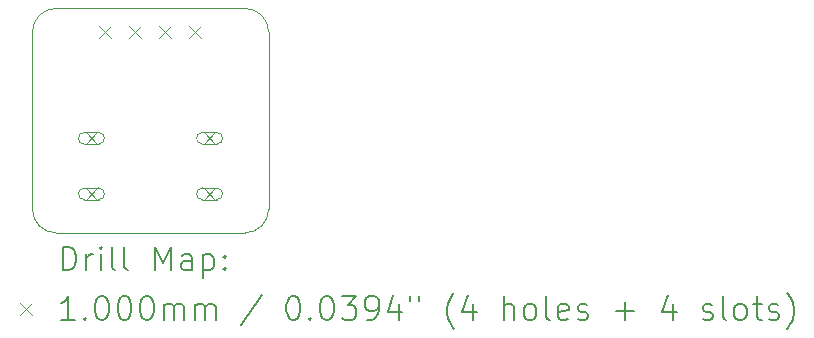
<source format=gbr>
%TF.GenerationSoftware,KiCad,Pcbnew,8.0.3*%
%TF.CreationDate,2024-06-08T15:38:25+12:00*%
%TF.ProjectId,toggle_switch_breakout,746f6767-6c65-45f7-9377-697463685f62,0.1.1*%
%TF.SameCoordinates,Original*%
%TF.FileFunction,Drillmap*%
%TF.FilePolarity,Positive*%
%FSLAX45Y45*%
G04 Gerber Fmt 4.5, Leading zero omitted, Abs format (unit mm)*
G04 Created by KiCad (PCBNEW 8.0.3) date 2024-06-08 15:38:25*
%MOMM*%
%LPD*%
G01*
G04 APERTURE LIST*
%ADD10C,0.100000*%
%ADD11C,0.200000*%
G04 APERTURE END LIST*
D10*
X9700000Y-5210000D02*
X11300000Y-5210000D01*
X11300000Y-7110000D02*
X9700000Y-7110000D01*
X9500000Y-5410000D02*
G75*
G02*
X9700000Y-5210000I200000J0D01*
G01*
X11500000Y-5410000D02*
X11500000Y-6910000D01*
X9700000Y-7110000D02*
G75*
G02*
X9500000Y-6910000I0J200000D01*
G01*
X11500000Y-6910000D02*
G75*
G02*
X11300000Y-7110000I-200000J0D01*
G01*
X9500000Y-6910000D02*
X9500000Y-5410000D01*
X11300000Y-5210000D02*
G75*
G02*
X11500000Y-5410000I0J-200000D01*
G01*
D11*
D10*
X9950000Y-6260000D02*
X10050000Y-6360000D01*
X10050000Y-6260000D02*
X9950000Y-6360000D01*
X10060000Y-6260000D02*
X9940000Y-6260000D01*
X9940000Y-6360000D02*
G75*
G02*
X9940000Y-6260000I0J50000D01*
G01*
X9940000Y-6360000D02*
X10060000Y-6360000D01*
X10060000Y-6360000D02*
G75*
G03*
X10060000Y-6260000I0J50000D01*
G01*
X9950000Y-6730000D02*
X10050000Y-6830000D01*
X10050000Y-6730000D02*
X9950000Y-6830000D01*
X10060000Y-6730000D02*
X9940000Y-6730000D01*
X9940000Y-6830000D02*
G75*
G02*
X9940000Y-6730000I0J50000D01*
G01*
X9940000Y-6830000D02*
X10060000Y-6830000D01*
X10060000Y-6830000D02*
G75*
G03*
X10060000Y-6730000I0J50000D01*
G01*
X10068000Y-5360000D02*
X10168000Y-5460000D01*
X10168000Y-5360000D02*
X10068000Y-5460000D01*
X10322000Y-5360000D02*
X10422000Y-5460000D01*
X10422000Y-5360000D02*
X10322000Y-5460000D01*
X10576000Y-5360000D02*
X10676000Y-5460000D01*
X10676000Y-5360000D02*
X10576000Y-5460000D01*
X10830000Y-5360000D02*
X10930000Y-5460000D01*
X10930000Y-5360000D02*
X10830000Y-5460000D01*
X10950000Y-6260000D02*
X11050000Y-6360000D01*
X11050000Y-6260000D02*
X10950000Y-6360000D01*
X11060000Y-6260000D02*
X10940000Y-6260000D01*
X10940000Y-6360000D02*
G75*
G02*
X10940000Y-6260000I0J50000D01*
G01*
X10940000Y-6360000D02*
X11060000Y-6360000D01*
X11060000Y-6360000D02*
G75*
G03*
X11060000Y-6260000I0J50000D01*
G01*
X10950000Y-6730000D02*
X11050000Y-6830000D01*
X11050000Y-6730000D02*
X10950000Y-6830000D01*
X11060000Y-6730000D02*
X10940000Y-6730000D01*
X10940000Y-6830000D02*
G75*
G02*
X10940000Y-6730000I0J50000D01*
G01*
X10940000Y-6830000D02*
X11060000Y-6830000D01*
X11060000Y-6830000D02*
G75*
G03*
X11060000Y-6730000I0J50000D01*
G01*
D11*
X9755777Y-7426484D02*
X9755777Y-7226484D01*
X9755777Y-7226484D02*
X9803396Y-7226484D01*
X9803396Y-7226484D02*
X9831967Y-7236008D01*
X9831967Y-7236008D02*
X9851015Y-7255055D01*
X9851015Y-7255055D02*
X9860539Y-7274103D01*
X9860539Y-7274103D02*
X9870063Y-7312198D01*
X9870063Y-7312198D02*
X9870063Y-7340769D01*
X9870063Y-7340769D02*
X9860539Y-7378865D01*
X9860539Y-7378865D02*
X9851015Y-7397912D01*
X9851015Y-7397912D02*
X9831967Y-7416960D01*
X9831967Y-7416960D02*
X9803396Y-7426484D01*
X9803396Y-7426484D02*
X9755777Y-7426484D01*
X9955777Y-7426484D02*
X9955777Y-7293150D01*
X9955777Y-7331246D02*
X9965301Y-7312198D01*
X9965301Y-7312198D02*
X9974824Y-7302674D01*
X9974824Y-7302674D02*
X9993872Y-7293150D01*
X9993872Y-7293150D02*
X10012920Y-7293150D01*
X10079586Y-7426484D02*
X10079586Y-7293150D01*
X10079586Y-7226484D02*
X10070063Y-7236008D01*
X10070063Y-7236008D02*
X10079586Y-7245531D01*
X10079586Y-7245531D02*
X10089110Y-7236008D01*
X10089110Y-7236008D02*
X10079586Y-7226484D01*
X10079586Y-7226484D02*
X10079586Y-7245531D01*
X10203396Y-7426484D02*
X10184348Y-7416960D01*
X10184348Y-7416960D02*
X10174824Y-7397912D01*
X10174824Y-7397912D02*
X10174824Y-7226484D01*
X10308158Y-7426484D02*
X10289110Y-7416960D01*
X10289110Y-7416960D02*
X10279586Y-7397912D01*
X10279586Y-7397912D02*
X10279586Y-7226484D01*
X10536729Y-7426484D02*
X10536729Y-7226484D01*
X10536729Y-7226484D02*
X10603396Y-7369341D01*
X10603396Y-7369341D02*
X10670063Y-7226484D01*
X10670063Y-7226484D02*
X10670063Y-7426484D01*
X10851015Y-7426484D02*
X10851015Y-7321722D01*
X10851015Y-7321722D02*
X10841491Y-7302674D01*
X10841491Y-7302674D02*
X10822444Y-7293150D01*
X10822444Y-7293150D02*
X10784348Y-7293150D01*
X10784348Y-7293150D02*
X10765301Y-7302674D01*
X10851015Y-7416960D02*
X10831967Y-7426484D01*
X10831967Y-7426484D02*
X10784348Y-7426484D01*
X10784348Y-7426484D02*
X10765301Y-7416960D01*
X10765301Y-7416960D02*
X10755777Y-7397912D01*
X10755777Y-7397912D02*
X10755777Y-7378865D01*
X10755777Y-7378865D02*
X10765301Y-7359817D01*
X10765301Y-7359817D02*
X10784348Y-7350293D01*
X10784348Y-7350293D02*
X10831967Y-7350293D01*
X10831967Y-7350293D02*
X10851015Y-7340769D01*
X10946253Y-7293150D02*
X10946253Y-7493150D01*
X10946253Y-7302674D02*
X10965301Y-7293150D01*
X10965301Y-7293150D02*
X11003396Y-7293150D01*
X11003396Y-7293150D02*
X11022444Y-7302674D01*
X11022444Y-7302674D02*
X11031967Y-7312198D01*
X11031967Y-7312198D02*
X11041491Y-7331246D01*
X11041491Y-7331246D02*
X11041491Y-7388388D01*
X11041491Y-7388388D02*
X11031967Y-7407436D01*
X11031967Y-7407436D02*
X11022444Y-7416960D01*
X11022444Y-7416960D02*
X11003396Y-7426484D01*
X11003396Y-7426484D02*
X10965301Y-7426484D01*
X10965301Y-7426484D02*
X10946253Y-7416960D01*
X11127205Y-7407436D02*
X11136729Y-7416960D01*
X11136729Y-7416960D02*
X11127205Y-7426484D01*
X11127205Y-7426484D02*
X11117682Y-7416960D01*
X11117682Y-7416960D02*
X11127205Y-7407436D01*
X11127205Y-7407436D02*
X11127205Y-7426484D01*
X11127205Y-7302674D02*
X11136729Y-7312198D01*
X11136729Y-7312198D02*
X11127205Y-7321722D01*
X11127205Y-7321722D02*
X11117682Y-7312198D01*
X11117682Y-7312198D02*
X11127205Y-7302674D01*
X11127205Y-7302674D02*
X11127205Y-7321722D01*
D10*
X9395000Y-7705000D02*
X9495000Y-7805000D01*
X9495000Y-7705000D02*
X9395000Y-7805000D01*
D11*
X9860539Y-7846484D02*
X9746253Y-7846484D01*
X9803396Y-7846484D02*
X9803396Y-7646484D01*
X9803396Y-7646484D02*
X9784348Y-7675055D01*
X9784348Y-7675055D02*
X9765301Y-7694103D01*
X9765301Y-7694103D02*
X9746253Y-7703627D01*
X9946253Y-7827436D02*
X9955777Y-7836960D01*
X9955777Y-7836960D02*
X9946253Y-7846484D01*
X9946253Y-7846484D02*
X9936729Y-7836960D01*
X9936729Y-7836960D02*
X9946253Y-7827436D01*
X9946253Y-7827436D02*
X9946253Y-7846484D01*
X10079586Y-7646484D02*
X10098634Y-7646484D01*
X10098634Y-7646484D02*
X10117682Y-7656008D01*
X10117682Y-7656008D02*
X10127205Y-7665531D01*
X10127205Y-7665531D02*
X10136729Y-7684579D01*
X10136729Y-7684579D02*
X10146253Y-7722674D01*
X10146253Y-7722674D02*
X10146253Y-7770293D01*
X10146253Y-7770293D02*
X10136729Y-7808388D01*
X10136729Y-7808388D02*
X10127205Y-7827436D01*
X10127205Y-7827436D02*
X10117682Y-7836960D01*
X10117682Y-7836960D02*
X10098634Y-7846484D01*
X10098634Y-7846484D02*
X10079586Y-7846484D01*
X10079586Y-7846484D02*
X10060539Y-7836960D01*
X10060539Y-7836960D02*
X10051015Y-7827436D01*
X10051015Y-7827436D02*
X10041491Y-7808388D01*
X10041491Y-7808388D02*
X10031967Y-7770293D01*
X10031967Y-7770293D02*
X10031967Y-7722674D01*
X10031967Y-7722674D02*
X10041491Y-7684579D01*
X10041491Y-7684579D02*
X10051015Y-7665531D01*
X10051015Y-7665531D02*
X10060539Y-7656008D01*
X10060539Y-7656008D02*
X10079586Y-7646484D01*
X10270063Y-7646484D02*
X10289110Y-7646484D01*
X10289110Y-7646484D02*
X10308158Y-7656008D01*
X10308158Y-7656008D02*
X10317682Y-7665531D01*
X10317682Y-7665531D02*
X10327205Y-7684579D01*
X10327205Y-7684579D02*
X10336729Y-7722674D01*
X10336729Y-7722674D02*
X10336729Y-7770293D01*
X10336729Y-7770293D02*
X10327205Y-7808388D01*
X10327205Y-7808388D02*
X10317682Y-7827436D01*
X10317682Y-7827436D02*
X10308158Y-7836960D01*
X10308158Y-7836960D02*
X10289110Y-7846484D01*
X10289110Y-7846484D02*
X10270063Y-7846484D01*
X10270063Y-7846484D02*
X10251015Y-7836960D01*
X10251015Y-7836960D02*
X10241491Y-7827436D01*
X10241491Y-7827436D02*
X10231967Y-7808388D01*
X10231967Y-7808388D02*
X10222444Y-7770293D01*
X10222444Y-7770293D02*
X10222444Y-7722674D01*
X10222444Y-7722674D02*
X10231967Y-7684579D01*
X10231967Y-7684579D02*
X10241491Y-7665531D01*
X10241491Y-7665531D02*
X10251015Y-7656008D01*
X10251015Y-7656008D02*
X10270063Y-7646484D01*
X10460539Y-7646484D02*
X10479586Y-7646484D01*
X10479586Y-7646484D02*
X10498634Y-7656008D01*
X10498634Y-7656008D02*
X10508158Y-7665531D01*
X10508158Y-7665531D02*
X10517682Y-7684579D01*
X10517682Y-7684579D02*
X10527205Y-7722674D01*
X10527205Y-7722674D02*
X10527205Y-7770293D01*
X10527205Y-7770293D02*
X10517682Y-7808388D01*
X10517682Y-7808388D02*
X10508158Y-7827436D01*
X10508158Y-7827436D02*
X10498634Y-7836960D01*
X10498634Y-7836960D02*
X10479586Y-7846484D01*
X10479586Y-7846484D02*
X10460539Y-7846484D01*
X10460539Y-7846484D02*
X10441491Y-7836960D01*
X10441491Y-7836960D02*
X10431967Y-7827436D01*
X10431967Y-7827436D02*
X10422444Y-7808388D01*
X10422444Y-7808388D02*
X10412920Y-7770293D01*
X10412920Y-7770293D02*
X10412920Y-7722674D01*
X10412920Y-7722674D02*
X10422444Y-7684579D01*
X10422444Y-7684579D02*
X10431967Y-7665531D01*
X10431967Y-7665531D02*
X10441491Y-7656008D01*
X10441491Y-7656008D02*
X10460539Y-7646484D01*
X10612920Y-7846484D02*
X10612920Y-7713150D01*
X10612920Y-7732198D02*
X10622444Y-7722674D01*
X10622444Y-7722674D02*
X10641491Y-7713150D01*
X10641491Y-7713150D02*
X10670063Y-7713150D01*
X10670063Y-7713150D02*
X10689110Y-7722674D01*
X10689110Y-7722674D02*
X10698634Y-7741722D01*
X10698634Y-7741722D02*
X10698634Y-7846484D01*
X10698634Y-7741722D02*
X10708158Y-7722674D01*
X10708158Y-7722674D02*
X10727205Y-7713150D01*
X10727205Y-7713150D02*
X10755777Y-7713150D01*
X10755777Y-7713150D02*
X10774825Y-7722674D01*
X10774825Y-7722674D02*
X10784348Y-7741722D01*
X10784348Y-7741722D02*
X10784348Y-7846484D01*
X10879586Y-7846484D02*
X10879586Y-7713150D01*
X10879586Y-7732198D02*
X10889110Y-7722674D01*
X10889110Y-7722674D02*
X10908158Y-7713150D01*
X10908158Y-7713150D02*
X10936729Y-7713150D01*
X10936729Y-7713150D02*
X10955777Y-7722674D01*
X10955777Y-7722674D02*
X10965301Y-7741722D01*
X10965301Y-7741722D02*
X10965301Y-7846484D01*
X10965301Y-7741722D02*
X10974825Y-7722674D01*
X10974825Y-7722674D02*
X10993872Y-7713150D01*
X10993872Y-7713150D02*
X11022444Y-7713150D01*
X11022444Y-7713150D02*
X11041491Y-7722674D01*
X11041491Y-7722674D02*
X11051015Y-7741722D01*
X11051015Y-7741722D02*
X11051015Y-7846484D01*
X11441491Y-7636960D02*
X11270063Y-7894103D01*
X11698634Y-7646484D02*
X11717682Y-7646484D01*
X11717682Y-7646484D02*
X11736729Y-7656008D01*
X11736729Y-7656008D02*
X11746253Y-7665531D01*
X11746253Y-7665531D02*
X11755777Y-7684579D01*
X11755777Y-7684579D02*
X11765301Y-7722674D01*
X11765301Y-7722674D02*
X11765301Y-7770293D01*
X11765301Y-7770293D02*
X11755777Y-7808388D01*
X11755777Y-7808388D02*
X11746253Y-7827436D01*
X11746253Y-7827436D02*
X11736729Y-7836960D01*
X11736729Y-7836960D02*
X11717682Y-7846484D01*
X11717682Y-7846484D02*
X11698634Y-7846484D01*
X11698634Y-7846484D02*
X11679586Y-7836960D01*
X11679586Y-7836960D02*
X11670063Y-7827436D01*
X11670063Y-7827436D02*
X11660539Y-7808388D01*
X11660539Y-7808388D02*
X11651015Y-7770293D01*
X11651015Y-7770293D02*
X11651015Y-7722674D01*
X11651015Y-7722674D02*
X11660539Y-7684579D01*
X11660539Y-7684579D02*
X11670063Y-7665531D01*
X11670063Y-7665531D02*
X11679586Y-7656008D01*
X11679586Y-7656008D02*
X11698634Y-7646484D01*
X11851015Y-7827436D02*
X11860539Y-7836960D01*
X11860539Y-7836960D02*
X11851015Y-7846484D01*
X11851015Y-7846484D02*
X11841491Y-7836960D01*
X11841491Y-7836960D02*
X11851015Y-7827436D01*
X11851015Y-7827436D02*
X11851015Y-7846484D01*
X11984348Y-7646484D02*
X12003396Y-7646484D01*
X12003396Y-7646484D02*
X12022444Y-7656008D01*
X12022444Y-7656008D02*
X12031967Y-7665531D01*
X12031967Y-7665531D02*
X12041491Y-7684579D01*
X12041491Y-7684579D02*
X12051015Y-7722674D01*
X12051015Y-7722674D02*
X12051015Y-7770293D01*
X12051015Y-7770293D02*
X12041491Y-7808388D01*
X12041491Y-7808388D02*
X12031967Y-7827436D01*
X12031967Y-7827436D02*
X12022444Y-7836960D01*
X12022444Y-7836960D02*
X12003396Y-7846484D01*
X12003396Y-7846484D02*
X11984348Y-7846484D01*
X11984348Y-7846484D02*
X11965301Y-7836960D01*
X11965301Y-7836960D02*
X11955777Y-7827436D01*
X11955777Y-7827436D02*
X11946253Y-7808388D01*
X11946253Y-7808388D02*
X11936729Y-7770293D01*
X11936729Y-7770293D02*
X11936729Y-7722674D01*
X11936729Y-7722674D02*
X11946253Y-7684579D01*
X11946253Y-7684579D02*
X11955777Y-7665531D01*
X11955777Y-7665531D02*
X11965301Y-7656008D01*
X11965301Y-7656008D02*
X11984348Y-7646484D01*
X12117682Y-7646484D02*
X12241491Y-7646484D01*
X12241491Y-7646484D02*
X12174825Y-7722674D01*
X12174825Y-7722674D02*
X12203396Y-7722674D01*
X12203396Y-7722674D02*
X12222444Y-7732198D01*
X12222444Y-7732198D02*
X12231967Y-7741722D01*
X12231967Y-7741722D02*
X12241491Y-7760769D01*
X12241491Y-7760769D02*
X12241491Y-7808388D01*
X12241491Y-7808388D02*
X12231967Y-7827436D01*
X12231967Y-7827436D02*
X12222444Y-7836960D01*
X12222444Y-7836960D02*
X12203396Y-7846484D01*
X12203396Y-7846484D02*
X12146253Y-7846484D01*
X12146253Y-7846484D02*
X12127206Y-7836960D01*
X12127206Y-7836960D02*
X12117682Y-7827436D01*
X12336729Y-7846484D02*
X12374825Y-7846484D01*
X12374825Y-7846484D02*
X12393872Y-7836960D01*
X12393872Y-7836960D02*
X12403396Y-7827436D01*
X12403396Y-7827436D02*
X12422444Y-7798865D01*
X12422444Y-7798865D02*
X12431967Y-7760769D01*
X12431967Y-7760769D02*
X12431967Y-7684579D01*
X12431967Y-7684579D02*
X12422444Y-7665531D01*
X12422444Y-7665531D02*
X12412920Y-7656008D01*
X12412920Y-7656008D02*
X12393872Y-7646484D01*
X12393872Y-7646484D02*
X12355777Y-7646484D01*
X12355777Y-7646484D02*
X12336729Y-7656008D01*
X12336729Y-7656008D02*
X12327206Y-7665531D01*
X12327206Y-7665531D02*
X12317682Y-7684579D01*
X12317682Y-7684579D02*
X12317682Y-7732198D01*
X12317682Y-7732198D02*
X12327206Y-7751246D01*
X12327206Y-7751246D02*
X12336729Y-7760769D01*
X12336729Y-7760769D02*
X12355777Y-7770293D01*
X12355777Y-7770293D02*
X12393872Y-7770293D01*
X12393872Y-7770293D02*
X12412920Y-7760769D01*
X12412920Y-7760769D02*
X12422444Y-7751246D01*
X12422444Y-7751246D02*
X12431967Y-7732198D01*
X12603396Y-7713150D02*
X12603396Y-7846484D01*
X12555777Y-7636960D02*
X12508158Y-7779817D01*
X12508158Y-7779817D02*
X12631967Y-7779817D01*
X12698634Y-7646484D02*
X12698634Y-7684579D01*
X12774825Y-7646484D02*
X12774825Y-7684579D01*
X13070063Y-7922674D02*
X13060539Y-7913150D01*
X13060539Y-7913150D02*
X13041491Y-7884579D01*
X13041491Y-7884579D02*
X13031968Y-7865531D01*
X13031968Y-7865531D02*
X13022444Y-7836960D01*
X13022444Y-7836960D02*
X13012920Y-7789341D01*
X13012920Y-7789341D02*
X13012920Y-7751246D01*
X13012920Y-7751246D02*
X13022444Y-7703627D01*
X13022444Y-7703627D02*
X13031968Y-7675055D01*
X13031968Y-7675055D02*
X13041491Y-7656008D01*
X13041491Y-7656008D02*
X13060539Y-7627436D01*
X13060539Y-7627436D02*
X13070063Y-7617912D01*
X13231968Y-7713150D02*
X13231968Y-7846484D01*
X13184348Y-7636960D02*
X13136729Y-7779817D01*
X13136729Y-7779817D02*
X13260539Y-7779817D01*
X13489110Y-7846484D02*
X13489110Y-7646484D01*
X13574825Y-7846484D02*
X13574825Y-7741722D01*
X13574825Y-7741722D02*
X13565301Y-7722674D01*
X13565301Y-7722674D02*
X13546253Y-7713150D01*
X13546253Y-7713150D02*
X13517682Y-7713150D01*
X13517682Y-7713150D02*
X13498634Y-7722674D01*
X13498634Y-7722674D02*
X13489110Y-7732198D01*
X13698634Y-7846484D02*
X13679587Y-7836960D01*
X13679587Y-7836960D02*
X13670063Y-7827436D01*
X13670063Y-7827436D02*
X13660539Y-7808388D01*
X13660539Y-7808388D02*
X13660539Y-7751246D01*
X13660539Y-7751246D02*
X13670063Y-7732198D01*
X13670063Y-7732198D02*
X13679587Y-7722674D01*
X13679587Y-7722674D02*
X13698634Y-7713150D01*
X13698634Y-7713150D02*
X13727206Y-7713150D01*
X13727206Y-7713150D02*
X13746253Y-7722674D01*
X13746253Y-7722674D02*
X13755777Y-7732198D01*
X13755777Y-7732198D02*
X13765301Y-7751246D01*
X13765301Y-7751246D02*
X13765301Y-7808388D01*
X13765301Y-7808388D02*
X13755777Y-7827436D01*
X13755777Y-7827436D02*
X13746253Y-7836960D01*
X13746253Y-7836960D02*
X13727206Y-7846484D01*
X13727206Y-7846484D02*
X13698634Y-7846484D01*
X13879587Y-7846484D02*
X13860539Y-7836960D01*
X13860539Y-7836960D02*
X13851015Y-7817912D01*
X13851015Y-7817912D02*
X13851015Y-7646484D01*
X14031968Y-7836960D02*
X14012920Y-7846484D01*
X14012920Y-7846484D02*
X13974825Y-7846484D01*
X13974825Y-7846484D02*
X13955777Y-7836960D01*
X13955777Y-7836960D02*
X13946253Y-7817912D01*
X13946253Y-7817912D02*
X13946253Y-7741722D01*
X13946253Y-7741722D02*
X13955777Y-7722674D01*
X13955777Y-7722674D02*
X13974825Y-7713150D01*
X13974825Y-7713150D02*
X14012920Y-7713150D01*
X14012920Y-7713150D02*
X14031968Y-7722674D01*
X14031968Y-7722674D02*
X14041491Y-7741722D01*
X14041491Y-7741722D02*
X14041491Y-7760769D01*
X14041491Y-7760769D02*
X13946253Y-7779817D01*
X14117682Y-7836960D02*
X14136730Y-7846484D01*
X14136730Y-7846484D02*
X14174825Y-7846484D01*
X14174825Y-7846484D02*
X14193872Y-7836960D01*
X14193872Y-7836960D02*
X14203396Y-7817912D01*
X14203396Y-7817912D02*
X14203396Y-7808388D01*
X14203396Y-7808388D02*
X14193872Y-7789341D01*
X14193872Y-7789341D02*
X14174825Y-7779817D01*
X14174825Y-7779817D02*
X14146253Y-7779817D01*
X14146253Y-7779817D02*
X14127206Y-7770293D01*
X14127206Y-7770293D02*
X14117682Y-7751246D01*
X14117682Y-7751246D02*
X14117682Y-7741722D01*
X14117682Y-7741722D02*
X14127206Y-7722674D01*
X14127206Y-7722674D02*
X14146253Y-7713150D01*
X14146253Y-7713150D02*
X14174825Y-7713150D01*
X14174825Y-7713150D02*
X14193872Y-7722674D01*
X14441492Y-7770293D02*
X14593873Y-7770293D01*
X14517682Y-7846484D02*
X14517682Y-7694103D01*
X14927206Y-7713150D02*
X14927206Y-7846484D01*
X14879587Y-7636960D02*
X14831968Y-7779817D01*
X14831968Y-7779817D02*
X14955777Y-7779817D01*
X15174825Y-7836960D02*
X15193873Y-7846484D01*
X15193873Y-7846484D02*
X15231968Y-7846484D01*
X15231968Y-7846484D02*
X15251015Y-7836960D01*
X15251015Y-7836960D02*
X15260539Y-7817912D01*
X15260539Y-7817912D02*
X15260539Y-7808388D01*
X15260539Y-7808388D02*
X15251015Y-7789341D01*
X15251015Y-7789341D02*
X15231968Y-7779817D01*
X15231968Y-7779817D02*
X15203396Y-7779817D01*
X15203396Y-7779817D02*
X15184349Y-7770293D01*
X15184349Y-7770293D02*
X15174825Y-7751246D01*
X15174825Y-7751246D02*
X15174825Y-7741722D01*
X15174825Y-7741722D02*
X15184349Y-7722674D01*
X15184349Y-7722674D02*
X15203396Y-7713150D01*
X15203396Y-7713150D02*
X15231968Y-7713150D01*
X15231968Y-7713150D02*
X15251015Y-7722674D01*
X15374825Y-7846484D02*
X15355777Y-7836960D01*
X15355777Y-7836960D02*
X15346254Y-7817912D01*
X15346254Y-7817912D02*
X15346254Y-7646484D01*
X15479587Y-7846484D02*
X15460539Y-7836960D01*
X15460539Y-7836960D02*
X15451015Y-7827436D01*
X15451015Y-7827436D02*
X15441492Y-7808388D01*
X15441492Y-7808388D02*
X15441492Y-7751246D01*
X15441492Y-7751246D02*
X15451015Y-7732198D01*
X15451015Y-7732198D02*
X15460539Y-7722674D01*
X15460539Y-7722674D02*
X15479587Y-7713150D01*
X15479587Y-7713150D02*
X15508158Y-7713150D01*
X15508158Y-7713150D02*
X15527206Y-7722674D01*
X15527206Y-7722674D02*
X15536730Y-7732198D01*
X15536730Y-7732198D02*
X15546254Y-7751246D01*
X15546254Y-7751246D02*
X15546254Y-7808388D01*
X15546254Y-7808388D02*
X15536730Y-7827436D01*
X15536730Y-7827436D02*
X15527206Y-7836960D01*
X15527206Y-7836960D02*
X15508158Y-7846484D01*
X15508158Y-7846484D02*
X15479587Y-7846484D01*
X15603396Y-7713150D02*
X15679587Y-7713150D01*
X15631968Y-7646484D02*
X15631968Y-7817912D01*
X15631968Y-7817912D02*
X15641492Y-7836960D01*
X15641492Y-7836960D02*
X15660539Y-7846484D01*
X15660539Y-7846484D02*
X15679587Y-7846484D01*
X15736730Y-7836960D02*
X15755777Y-7846484D01*
X15755777Y-7846484D02*
X15793873Y-7846484D01*
X15793873Y-7846484D02*
X15812920Y-7836960D01*
X15812920Y-7836960D02*
X15822444Y-7817912D01*
X15822444Y-7817912D02*
X15822444Y-7808388D01*
X15822444Y-7808388D02*
X15812920Y-7789341D01*
X15812920Y-7789341D02*
X15793873Y-7779817D01*
X15793873Y-7779817D02*
X15765301Y-7779817D01*
X15765301Y-7779817D02*
X15746254Y-7770293D01*
X15746254Y-7770293D02*
X15736730Y-7751246D01*
X15736730Y-7751246D02*
X15736730Y-7741722D01*
X15736730Y-7741722D02*
X15746254Y-7722674D01*
X15746254Y-7722674D02*
X15765301Y-7713150D01*
X15765301Y-7713150D02*
X15793873Y-7713150D01*
X15793873Y-7713150D02*
X15812920Y-7722674D01*
X15889111Y-7922674D02*
X15898635Y-7913150D01*
X15898635Y-7913150D02*
X15917682Y-7884579D01*
X15917682Y-7884579D02*
X15927206Y-7865531D01*
X15927206Y-7865531D02*
X15936730Y-7836960D01*
X15936730Y-7836960D02*
X15946254Y-7789341D01*
X15946254Y-7789341D02*
X15946254Y-7751246D01*
X15946254Y-7751246D02*
X15936730Y-7703627D01*
X15936730Y-7703627D02*
X15927206Y-7675055D01*
X15927206Y-7675055D02*
X15917682Y-7656008D01*
X15917682Y-7656008D02*
X15898635Y-7627436D01*
X15898635Y-7627436D02*
X15889111Y-7617912D01*
M02*

</source>
